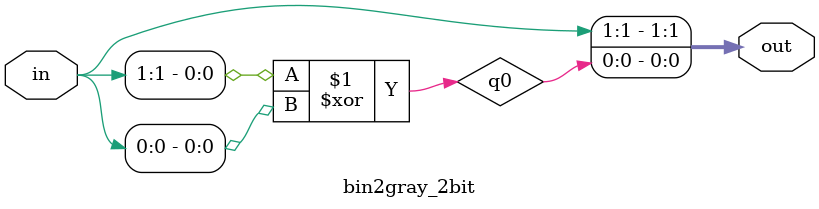
<source format=v>
module bin2gray_2bit(
	input [1:0] in,
	output [1:0] out
);

	wire q0; 
	//bin2gray 2bit
   assign q0 = in[1] ^ in[0];
   assign out = {in[1], q0};

endmodule

</source>
